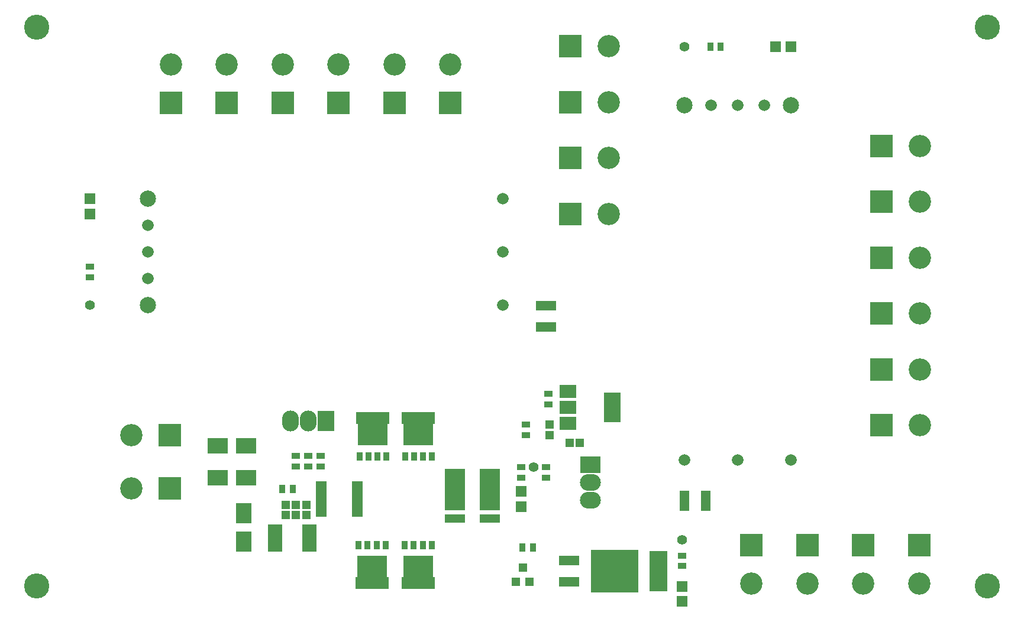
<source format=gbr>
G04 #@! TF.FileFunction,Soldermask,Top*
%FSLAX46Y46*%
G04 Gerber Fmt 4.6, Leading zero omitted, Abs format (unit mm)*
G04 Created by KiCad (PCBNEW 4.0.6) date Sunday, 01 October 2017 'PMt' 13:45:36*
%MOMM*%
%LPD*%
G01*
G04 APERTURE LIST*
%ADD10C,0.100000*%
%ADD11C,3.600000*%
%ADD12R,2.600000X1.200000*%
%ADD13R,6.800000X6.200000*%
%ADD14R,3.000000X2.400000*%
%ADD15O,3.000000X2.400000*%
%ADD16R,2.400000X4.200000*%
%ADD17R,2.400000X1.900000*%
%ADD18C,1.670000*%
%ADD19C,2.330000*%
%ADD20R,1.600000X0.800000*%
%ADD21C,1.400000*%
%ADD22R,1.300000X0.900000*%
%ADD23R,0.900000X1.300000*%
%ADD24R,2.840000X6.000000*%
%ADD25R,2.840000X1.290000*%
%ADD26R,1.200000X1.300000*%
%ADD27R,1.040000X0.740000*%
%ADD28R,0.740000X1.040000*%
%ADD29R,0.840000X1.290000*%
%ADD30R,4.840000X1.690000*%
%ADD31R,4.340000X3.440000*%
%ADD32R,3.200000X3.200000*%
%ADD33C,3.200000*%
%ADD34R,2.400000X3.000000*%
%ADD35O,2.400000X3.000000*%
%ADD36R,1.600000X1.600000*%
%ADD37R,2.200000X2.900000*%
%ADD38R,2.900000X2.200000*%
%ADD39R,1.200000X1.150000*%
%ADD40R,2.900000X1.400000*%
%ADD41R,1.150000X1.200000*%
%ADD42R,1.400000X2.900000*%
%ADD43R,2.000000X3.900000*%
G04 APERTURE END LIST*
D10*
D11*
X77000000Y-65000000D03*
X77000000Y-145000000D03*
X213000000Y-145000000D03*
X213000000Y-65000000D03*
D12*
X165965400Y-145215400D03*
X165965400Y-144075400D03*
X165965400Y-142935400D03*
X165965400Y-141795400D03*
X165965400Y-140655400D03*
D13*
X159665400Y-142935400D03*
D14*
X156173300Y-127647300D03*
D15*
X156173300Y-130187300D03*
X156173300Y-132727300D03*
D16*
X159323300Y-119447300D03*
D17*
X153023300Y-119447300D03*
X153023300Y-121747300D03*
X153023300Y-117147300D03*
D18*
X169672000Y-127000000D03*
X177292000Y-127000000D03*
X184912000Y-127000000D03*
X173482000Y-76200000D03*
X177292000Y-76200000D03*
X181102000Y-76200000D03*
D19*
X169672000Y-76200000D03*
X184912000Y-76200000D03*
D20*
X117669000Y-130340100D03*
X117669000Y-130975100D03*
X117669000Y-131610100D03*
X117669000Y-132245100D03*
X117669000Y-132880100D03*
X117669000Y-133515100D03*
X117669000Y-134150100D03*
X117669000Y-134785100D03*
X122869000Y-134785100D03*
X122869000Y-134150100D03*
X122869000Y-133515100D03*
X122869000Y-132880100D03*
X122869000Y-132245100D03*
X122869000Y-131610100D03*
X122869000Y-130975100D03*
X122869000Y-130340100D03*
D18*
X143637000Y-104775000D03*
X143637000Y-97155000D03*
X143637000Y-89535000D03*
X92837000Y-100965000D03*
X92837000Y-97155000D03*
X92837000Y-93345000D03*
D19*
X92837000Y-104775000D03*
X92837000Y-89535000D03*
D21*
X148082000Y-128016000D03*
X169329100Y-138430000D03*
X169672000Y-67818000D03*
X84582000Y-104775000D03*
D22*
X149873300Y-129497300D03*
X149873300Y-127997300D03*
X146973300Y-121897300D03*
X146973300Y-123397300D03*
X150173300Y-118997300D03*
X150173300Y-117497300D03*
D23*
X147968400Y-139509500D03*
X146468400Y-139509500D03*
D24*
X141809000Y-131242600D03*
D25*
X141809000Y-135377600D03*
D24*
X136849000Y-131242600D03*
D25*
X136849000Y-135377600D03*
D22*
X117579000Y-126382600D03*
X117579000Y-127882600D03*
D23*
X113579000Y-131132600D03*
X112079000Y-131132600D03*
D22*
X115829000Y-126382600D03*
X115829000Y-127882600D03*
X114079000Y-126382600D03*
X114079000Y-127882600D03*
X146273300Y-127997300D03*
X146273300Y-129497300D03*
X169329100Y-140664500D03*
X169329100Y-142164500D03*
D23*
X173367000Y-67818000D03*
X174867000Y-67818000D03*
D22*
X84582000Y-100826000D03*
X84582000Y-99326000D03*
D26*
X145569900Y-144408400D03*
X147469900Y-144408400D03*
X146519900Y-142408400D03*
D27*
X132722000Y-142171000D03*
X132722000Y-141321000D03*
X132722000Y-143021000D03*
X130422000Y-142171000D03*
X130422000Y-141321000D03*
X130422000Y-143021000D03*
X131572000Y-143021000D03*
X131572000Y-141321000D03*
D28*
X133452000Y-144871000D03*
X129692000Y-144871000D03*
X132172000Y-144871000D03*
D29*
X132212000Y-139151000D03*
X133482000Y-139151000D03*
X130932000Y-139151000D03*
D30*
X131572000Y-144621000D03*
D31*
X131572000Y-142421000D03*
D29*
X129662000Y-139151000D03*
D28*
X130972000Y-144871000D03*
D27*
X131572000Y-142171000D03*
X126118000Y-142171000D03*
X126118000Y-141321000D03*
X126118000Y-143021000D03*
X123818000Y-142171000D03*
X123818000Y-141321000D03*
X123818000Y-143021000D03*
X124968000Y-143021000D03*
X124968000Y-141321000D03*
D28*
X126848000Y-144871000D03*
X123088000Y-144871000D03*
X125568000Y-144871000D03*
D29*
X125608000Y-139151000D03*
X126878000Y-139151000D03*
X124328000Y-139151000D03*
D30*
X124968000Y-144621000D03*
D31*
X124968000Y-142421000D03*
D29*
X123058000Y-139151000D03*
D28*
X124368000Y-144871000D03*
D27*
X124968000Y-142171000D03*
X130429000Y-123447600D03*
X130429000Y-124297600D03*
X130429000Y-122597600D03*
X132729000Y-123447600D03*
X132729000Y-124297600D03*
X132729000Y-122597600D03*
X131579000Y-122597600D03*
X131579000Y-124297600D03*
D28*
X129699000Y-120747600D03*
X133459000Y-120747600D03*
X130979000Y-120747600D03*
D29*
X130939000Y-126467600D03*
X129669000Y-126467600D03*
X132219000Y-126467600D03*
D30*
X131579000Y-120997600D03*
D31*
X131579000Y-123197600D03*
D29*
X133489000Y-126467600D03*
D28*
X132179000Y-120747600D03*
D27*
X131579000Y-123447600D03*
X123929000Y-123447600D03*
X123929000Y-124297600D03*
X123929000Y-122597600D03*
X126229000Y-123447600D03*
X126229000Y-124297600D03*
X126229000Y-122597600D03*
X125079000Y-122597600D03*
X125079000Y-124297600D03*
D28*
X123199000Y-120747600D03*
X126959000Y-120747600D03*
X124479000Y-120747600D03*
D29*
X124439000Y-126467600D03*
X123169000Y-126467600D03*
X125719000Y-126467600D03*
D30*
X125079000Y-120997600D03*
D31*
X125079000Y-123197600D03*
D29*
X126989000Y-126467600D03*
D28*
X125679000Y-120747600D03*
D27*
X125079000Y-123447600D03*
D32*
X96012000Y-131064000D03*
D33*
X90512000Y-131064000D03*
D32*
X96012000Y-123444000D03*
D33*
X90512000Y-123444000D03*
D32*
X96144000Y-75850000D03*
D33*
X96144000Y-70350000D03*
D32*
X104144000Y-75850000D03*
D33*
X104144000Y-70350000D03*
D32*
X112144000Y-75850000D03*
D33*
X112144000Y-70350000D03*
D32*
X120144000Y-75850000D03*
D33*
X120144000Y-70350000D03*
D32*
X128144000Y-75850000D03*
D33*
X128144000Y-70350000D03*
D32*
X136144000Y-75850000D03*
D33*
X136144000Y-70350000D03*
D32*
X203251000Y-139192000D03*
D33*
X203251000Y-144692000D03*
D32*
X195251000Y-139192000D03*
D33*
X195251000Y-144692000D03*
D32*
X187251000Y-139192000D03*
D33*
X187251000Y-144692000D03*
D32*
X179251000Y-139192000D03*
D33*
X179251000Y-144692000D03*
D32*
X153309000Y-67745000D03*
D33*
X158809000Y-67745000D03*
D32*
X153309000Y-75745000D03*
D33*
X158809000Y-75745000D03*
D32*
X153309000Y-83745000D03*
D33*
X158809000Y-83745000D03*
D32*
X153309000Y-91745000D03*
D33*
X158809000Y-91745000D03*
D32*
X197902000Y-82010000D03*
D33*
X203402000Y-82010000D03*
D32*
X197902000Y-90010000D03*
D33*
X203402000Y-90010000D03*
D32*
X197902000Y-98010000D03*
D33*
X203402000Y-98010000D03*
D32*
X197902000Y-106010000D03*
D33*
X203402000Y-106010000D03*
D32*
X197902000Y-114010000D03*
D33*
X203402000Y-114010000D03*
D32*
X197902000Y-122010000D03*
D33*
X203402000Y-122010000D03*
D34*
X118329000Y-121382600D03*
D35*
X115789000Y-121382600D03*
X113249000Y-121382600D03*
D36*
X146273300Y-131447300D03*
X146273300Y-133647300D03*
D37*
X106579000Y-134632600D03*
X106579000Y-138632600D03*
D38*
X106902000Y-124968000D03*
X102902000Y-124968000D03*
D36*
X169329100Y-145064300D03*
X169329100Y-147264300D03*
D38*
X106902000Y-129540000D03*
X102902000Y-129540000D03*
D36*
X182669000Y-67818000D03*
X184869000Y-67818000D03*
X84582000Y-91778000D03*
X84582000Y-89578000D03*
D39*
X153223300Y-124547300D03*
X154723300Y-124547300D03*
D40*
X153123900Y-141400400D03*
X153123900Y-144400400D03*
D41*
X150373300Y-123397300D03*
X150373300Y-121897300D03*
D42*
X169696000Y-132842000D03*
X172696000Y-132842000D03*
D40*
X149860000Y-104926000D03*
X149860000Y-107926000D03*
D41*
X115579000Y-133382600D03*
X115579000Y-134882600D03*
X114079000Y-133382600D03*
X114079000Y-134882600D03*
X112579000Y-133382600D03*
X112579000Y-134882600D03*
D43*
X111098000Y-138176000D03*
X115978000Y-138176000D03*
M02*

</source>
